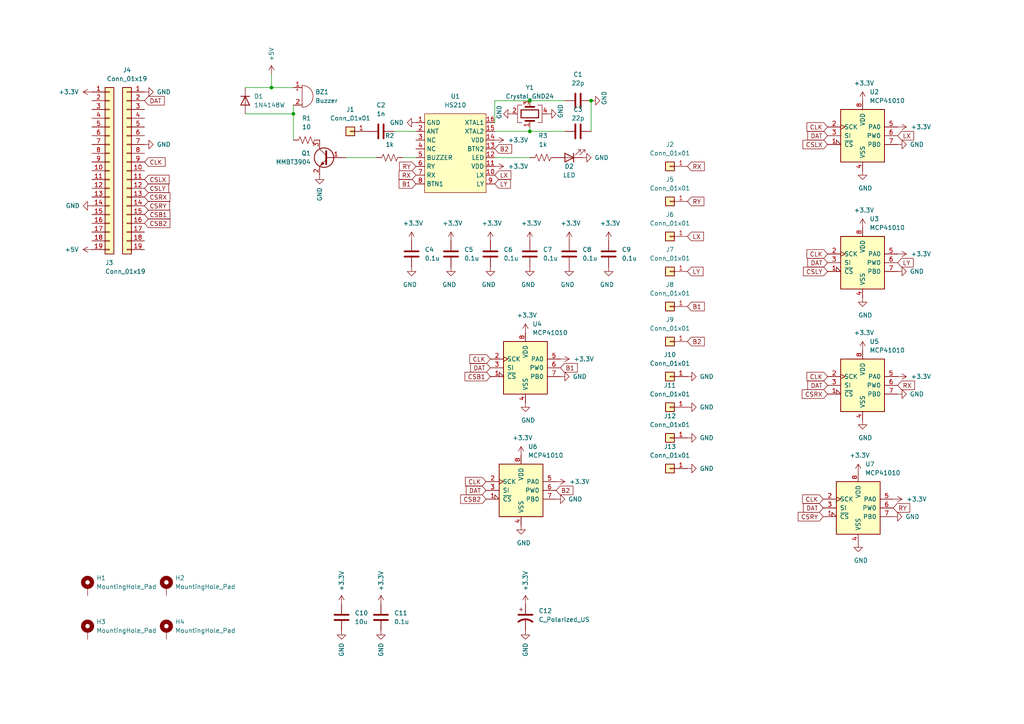
<source format=kicad_sch>
(kicad_sch (version 20211123) (generator eeschema)
  (paper "A4")
  (lib_symbols
    (symbol "4ms_Power:GND" (power) (pin_names (offset 0))
      (property "Value" "GND" (at 0 -3.81 0))
      (symbol "GND_0_1"
        (polyline (pts (xy 0 0) (xy 0 -1.27) (xy 1.27 -1.27) (xy 0 -2.54) (xy -1.27 -1.27) (xy 0 -1.27)))
      )
      (symbol "GND_1_1"
        (pin power_in line (at 0 0 270) (length 0) hide (name "GND") (number "1"))
      )
    )
    (symbol "Alex_Custom:HS210"
      (property "Reference" "U1" (at 0 10.16 0))
      (property "Value" "HS210" (at 0 7.62 0))
      (symbol "HS210_0_1"
        (rectangle (start -8.89 5.08) (end 8.89 -17.78) (fill (type background)))
      )
      (symbol "HS210_1_1"
        (pin input line (at -11.43 2.54 0) (length 2.54) (name "GND") (number "1"))
        (pin input line (at 11.43 -12.7 180) (length 2.54) (name "LX") (number "10"))
        (pin input line (at 11.43 -10.16 180) (length 2.54) (name "VDD") (number "11"))
        (pin output line (at 11.43 -7.62 180) (length 2.54) (name "LED") (number "12"))
        (pin input line (at 11.43 -5.08 180) (length 2.54) (name "BTN2") (number "13"))
        (pin input line (at 11.43 -2.54 180) (length 2.54) (name "VDD") (number "14"))
        (pin input line (at 11.43 0 180) (length 2.54) (name "XTAL2") (number "15"))
        (pin input line (at 11.43 2.54 180) (length 2.54) (name "XTAL1") (number "16"))
        (pin output line (at -11.43 0 0) (length 2.54) (name "ANT") (number "2"))
        (pin free line (at -11.43 -2.54 0) (length 2.54) (name "NC") (number "3"))
        (pin free line (at -11.43 -5.08 0) (length 2.54) (name "NC") (number "4"))
        (pin output line (at -11.43 -7.62 0) (length 2.54) (name "BUZZER") (number "5"))
        (pin input line (at -11.43 -10.16 0) (length 2.54) (name "RY") (number "6"))
        (pin input line (at -11.43 -12.7 0) (length 2.54) (name "RX") (number "7"))
        (pin input line (at -11.43 -15.24 0) (length 2.54) (name "BTN1") (number "8"))
        (pin input line (at 11.43 -15.24 180) (length 2.54) (name "LY") (number "9"))
      )
    )
    (symbol "Connector_Generic:Conn_01x01" (pin_names (offset 1.016) hide)
      (property "Reference" "J" (at 0 2.54 0))
      (property "Value" "Conn_01x01" (at 0 -2.54 0))
      (symbol "Conn_01x01_1_1"
        (rectangle (start -1.27 0.127) (end 0 -0.127) (stroke (width 0.1524)))
        (rectangle (start -1.27 1.27) (end 1.27 -1.27) (stroke (width 0.254)) (fill (type background)))
        (pin passive line (at -5.08 0 0) (length 3.81) (name "Pin_1") (number "1"))
      )
    )
    (symbol "Connector_Generic:Conn_01x19" (pin_names (offset 1.016) hide)
      (property "Reference" "J" (at 0 25.4 0))
      (property "Value" "Conn_01x19" (at 0 -25.4 0))
      (symbol "Conn_01x19_1_1"
        (rectangle (start -1.27 -22.733) (end 0 -22.987) (stroke (width 0.1524)))
        (rectangle (start -1.27 -20.193) (end 0 -20.447) (stroke (width 0.1524)))
        (rectangle (start -1.27 -17.653) (end 0 -17.907) (stroke (width 0.1524)))
        (rectangle (start -1.27 -15.113) (end 0 -15.367) (stroke (width 0.1524)))
        (rectangle (start -1.27 -12.573) (end 0 -12.827) (stroke (width 0.1524)))
        (rectangle (start -1.27 -10.033) (end 0 -10.287) (stroke (width 0.1524)))
        (rectangle (start -1.27 -7.493) (end 0 -7.747) (stroke (width 0.1524)))
        (rectangle (start -1.27 -4.953) (end 0 -5.207) (stroke (width 0.1524)))
        (rectangle (start -1.27 -2.413) (end 0 -2.667) (stroke (width 0.1524)))
        (rectangle (start -1.27 0.127) (end 0 -0.127) (stroke (width 0.1524)))
        (rectangle (start -1.27 2.667) (end 0 2.413) (stroke (width 0.1524)))
        (rectangle (start -1.27 5.207) (end 0 4.953) (stroke (width 0.1524)))
        (rectangle (start -1.27 7.747) (end 0 7.493) (stroke (width 0.1524)))
        (rectangle (start -1.27 10.287) (end 0 10.033) (stroke (width 0.1524)))
        (rectangle (start -1.27 12.827) (end 0 12.573) (stroke (width 0.1524)))
        (rectangle (start -1.27 15.367) (end 0 15.113) (stroke (width 0.1524)))
        (rectangle (start -1.27 17.907) (end 0 17.653) (stroke (width 0.1524)))
        (rectangle (start -1.27 20.447) (end 0 20.193) (stroke (width 0.1524)))
        (rectangle (start -1.27 22.987) (end 0 22.733) (stroke (width 0.1524)))
        (rectangle (start -1.27 24.13) (end 1.27 -24.13) (stroke (width 0.254)) (fill (type background)))
        (pin passive line (at -5.08 22.86 0) (length 3.81) (name "Pin_1") (number "1"))
        (pin passive line (at -5.08 0 0) (length 3.81) (name "Pin_10") (number "10"))
        (pin passive line (at -5.08 -2.54 0) (length 3.81) (name "Pin_11") (number "11"))
        (pin passive line (at -5.08 -5.08 0) (length 3.81) (name "Pin_12") (number "12"))
        (pin passive line (at -5.08 -7.62 0) (length 3.81) (name "Pin_13") (number "13"))
        (pin passive line (at -5.08 -10.16 0) (length 3.81) (name "Pin_14") (number "14"))
        (pin passive line (at -5.08 -12.7 0) (length 3.81) (name "Pin_15") (number "15"))
        (pin passive line (at -5.08 -15.24 0) (length 3.81) (name "Pin_16") (number "16"))
        (pin passive line (at -5.08 -17.78 0) (length 3.81) (name "Pin_17") (number "17"))
        (pin passive line (at -5.08 -20.32 0) (length 3.81) (name "Pin_18") (number "18"))
        (pin passive line (at -5.08 -22.86 0) (length 3.81) (name "Pin_19") (number "19"))
        (pin passive line (at -5.08 20.32 0) (length 3.81) (name "Pin_2") (number "2"))
        (pin passive line (at -5.08 17.78 0) (length 3.81) (name "Pin_3") (number "3"))
        (pin passive line (at -5.08 15.24 0) (length 3.81) (name "Pin_4") (number "4"))
        (pin passive line (at -5.08 12.7 0) (length 3.81) (name "Pin_5") (number "5"))
        (pin passive line (at -5.08 10.16 0) (length 3.81) (name "Pin_6") (number "6"))
        (pin passive line (at -5.08 7.62 0) (length 3.81) (name "Pin_7") (number "7"))
        (pin passive line (at -5.08 5.08 0) (length 3.81) (name "Pin_8") (number "8"))
        (pin passive line (at -5.08 2.54 0) (length 3.81) (name "Pin_9") (number "9"))
      )
    )
    (symbol "Device:Buzzer" (pin_names (offset 0.0254) hide)
      (property "Reference" "BZ" (at 3.81 1.27 0))
      (property "Value" "Buzzer" (at 3.81 -1.27 0))
      (symbol "Buzzer_0_1"
        (arc (start 0 -3.175) (mid 3.175 0) (end 0 3.175))
        (polyline (pts (xy -1.651 1.905) (xy -1.143 1.905)))
        (polyline (pts (xy -1.397 2.159) (xy -1.397 1.651)))
        (polyline (pts (xy 0 3.175) (xy 0 -3.175)))
      )
      (symbol "Buzzer_1_1"
        (pin passive line (at -2.54 2.54 0) (length 2.54) (name "-") (number "1"))
        (pin passive line (at -2.54 -2.54 0) (length 2.54) (name "+") (number "2"))
      )
    )
    (symbol "Device:C" (pin_numbers hide) (pin_names (offset 0.254))
      (property "Reference" "C" (at 0.635 2.54 0))
      (property "Value" "C" (at 0.635 -2.54 0))
      (symbol "C_0_1"
        (polyline (pts (xy -2.032 -0.762) (xy 2.032 -0.762)) (stroke (width 0.508)))
        (polyline (pts (xy -2.032 0.762) (xy 2.032 0.762)) (stroke (width 0.508)))
      )
      (symbol "C_1_1"
        (pin passive line (at 0 3.81 270) (length 2.794) (name "~") (number "1"))
        (pin passive line (at 0 -3.81 90) (length 2.794) (name "~") (number "2"))
      )
    )
    (symbol "Device:C_Polarized_US" (pin_numbers hide) (pin_names (offset 0.254) hide)
      (property "Reference" "C" (at 0.635 2.54 0))
      (property "Value" "C_Polarized_US" (at 0.635 -2.54 0))
      (symbol "C_Polarized_US_0_1"
        (polyline (pts (xy -2.032 0.762) (xy 2.032 0.762)) (stroke (width 0.508)))
        (polyline (pts (xy -1.778 2.286) (xy -0.762 2.286)))
        (polyline (pts (xy -1.27 1.778) (xy -1.27 2.794)))
        (arc (start 2.032 -1.27) (mid 0 -0.5572) (end -2.032 -1.27) (stroke (width 0.508)))
      )
      (symbol "C_Polarized_US_1_1"
        (pin passive line (at 0 3.81 270) (length 2.794) (name "~") (number "1"))
        (pin passive line (at 0 -3.81 90) (length 3.302) (name "~") (number "2"))
      )
    )
    (symbol "Device:Crystal_GND24" (pin_names (offset 1.016) hide)
      (property "Reference" "Y" (at 3.175 5.08 0))
      (property "Value" "Crystal_GND24" (at 3.175 3.175 0))
      (symbol "Crystal_GND24_0_1"
        (rectangle (start -1.143 2.54) (end 1.143 -2.54) (stroke (width 0.3048)))
        (polyline (pts (xy -2.54 0) (xy -2.032 0)))
        (polyline (pts (xy -2.032 -1.27) (xy -2.032 1.27)) (stroke (width 0.508)))
        (polyline (pts (xy 0 -3.81) (xy 0 -3.556)))
        (polyline (pts (xy 0 3.556) (xy 0 3.81)))
        (polyline (pts (xy 2.032 -1.27) (xy 2.032 1.27)) (stroke (width 0.508)))
        (polyline (pts (xy 2.032 0) (xy 2.54 0)))
        (polyline (pts (xy -2.54 -2.286) (xy -2.54 -3.556) (xy 2.54 -3.556) (xy 2.54 -2.286)))
        (polyline (pts (xy -2.54 2.286) (xy -2.54 3.556) (xy 2.54 3.556) (xy 2.54 2.286)))
      )
      (symbol "Crystal_GND24_1_1"
        (pin passive line (at -3.81 0 0) (length 1.27) (name "1") (number "1"))
        (pin passive line (at 0 5.08 270) (length 1.27) (name "2") (number "2"))
        (pin passive line (at 3.81 0 180) (length 1.27) (name "3") (number "3"))
        (pin passive line (at 0 -5.08 90) (length 1.27) (name "4") (number "4"))
      )
    )
    (symbol "Device:LED" (pin_numbers hide) (pin_names (offset 1.016) hide)
      (property "Reference" "D" (at 0 2.54 0))
      (property "Value" "LED" (at 0 -2.54 0))
      (symbol "LED_0_1"
        (polyline (pts (xy -1.27 -1.27) (xy -1.27 1.27)) (stroke (width 0.254)))
        (polyline (pts (xy -1.27 0) (xy 1.27 0)))
        (polyline (pts (xy 1.27 -1.27) (xy 1.27 1.27) (xy -1.27 0) (xy 1.27 -1.27)) (stroke (width 0.254)))
        (polyline (pts (xy -3.048 -0.762) (xy -4.572 -2.286) (xy -3.81 -2.286) (xy -4.572 -2.286) (xy -4.572 -1.524)))
        (polyline (pts (xy -1.778 -0.762) (xy -3.302 -2.286) (xy -2.54 -2.286) (xy -3.302 -2.286) (xy -3.302 -1.524)))
      )
      (symbol "LED_1_1"
        (pin passive line (at -3.81 0 0) (length 2.54) (name "K") (number "1"))
        (pin passive line (at 3.81 0 180) (length 2.54) (name "A") (number "2"))
      )
    )
    (symbol "Device:R_US" (pin_numbers hide) (pin_names (offset 0))
      (property "Reference" "R" (at 2.54 0 90))
      (property "Value" "R_US" (at -2.54 0 90))
      (symbol "R_US_0_1"
        (polyline (pts (xy 0 -2.286) (xy 0 -2.54)))
        (polyline (pts (xy 0 2.286) (xy 0 2.54)))
        (polyline (pts (xy 0 -0.762) (xy 1.016 -1.143) (xy 0 -1.524) (xy -1.016 -1.905) (xy 0 -2.286)))
        (polyline (pts (xy 0 0.762) (xy 1.016 0.381) (xy 0 0) (xy -1.016 -0.381) (xy 0 -0.762)))
        (polyline (pts (xy 0 2.286) (xy 1.016 1.905) (xy 0 1.524) (xy -1.016 1.143) (xy 0 0.762)))
      )
      (symbol "R_US_1_1"
        (pin passive line (at 0 3.81 270) (length 1.27) (name "~") (number "1"))
        (pin passive line (at 0 -3.81 90) (length 1.27) (name "~") (number "2"))
      )
    )
    (symbol "Diode:1N4148W" (pin_numbers hide) (pin_names hide)
      (property "Reference" "D" (at 0 2.54 0))
      (property "Value" "1N4148W" (at 0 -2.54 0))
      (symbol "1N4148W_0_1"
        (polyline (pts (xy -1.27 1.27) (xy -1.27 -1.27)) (stroke (width 0.254)))
        (polyline (pts (xy 1.27 0) (xy -1.27 0)))
        (polyline (pts (xy 1.27 1.27) (xy 1.27 -1.27) (xy -1.27 0) (xy 1.27 1.27)) (stroke (width 0.254)))
      )
      (symbol "1N4148W_1_1"
        (pin passive line (at -3.81 0 0) (length 2.54) (name "K") (number "1"))
        (pin passive line (at 3.81 0 180) (length 2.54) (name "A") (number "2"))
      )
    )
    (symbol "Mechanical:MountingHole_Pad" (pin_numbers hide) (pin_names (offset 1.016) hide)
      (property "Reference" "H" (at 0 6.35 0))
      (property "Value" "MountingHole_Pad" (at 0 4.445 0))
      (symbol "MountingHole_Pad_0_1"
        (circle (center 0 1.27) (radius 1.27) (stroke (width 1.27)))
      )
      (symbol "MountingHole_Pad_1_1"
        (pin input line (at 0 -2.54 90) (length 2.54) (name "1") (number "1"))
      )
    )
    (symbol "Potentiometer_Digital:MCP41010" (pin_names (offset 1.016))
      (property "Reference" "U" (at -6.35 8.89 0))
      (property "Value" "MCP41010" (at 1.27 8.89 0))
      (symbol "MCP41010_0_1"
        (rectangle (start -6.35 7.62) (end 6.35 -7.62) (stroke (width 0.254)) (fill (type background)))
      )
      (symbol "MCP41010_1_1"
        (pin input input_low (at -10.16 -2.54 0) (length 3.81) (name "~{CS}") (number "1"))
        (pin passive clock (at -10.16 2.54 0) (length 3.81) (name "SCK") (number "2"))
        (pin input line (at -10.16 0 0) (length 3.81) (name "SI") (number "3"))
        (pin power_in line (at 0 -10.16 90) (length 2.54) (name "VSS") (number "4"))
        (pin passive line (at 10.16 2.54 180) (length 3.81) (name "PA0") (number "5"))
        (pin passive line (at 10.16 0 180) (length 3.81) (name "PW0") (number "6"))
        (pin passive line (at 10.16 -2.54 180) (length 3.81) (name "PB0") (number "7"))
        (pin power_in line (at 0 10.16 270) (length 2.54) (name "VDD") (number "8"))
      )
    )
    (symbol "Transistor_BJT:MMBT3904" (pin_names (offset 0) hide)
      (property "Reference" "Q" (at 5.08 1.905 0))
      (property "Value" "MMBT3904" (at 5.08 0 0))
      (symbol "MMBT3904_0_1"
        (polyline (pts (xy 0.635 0.635) (xy 2.54 2.54)))
        (polyline (pts (xy 0.635 -0.635) (xy 2.54 -2.54) (xy 2.54 -2.54)))
        (polyline (pts (xy 0.635 1.905) (xy 0.635 -1.905) (xy 0.635 -1.905)) (stroke (width 0.508)))
        (polyline (pts (xy 1.27 -1.778) (xy 1.778 -1.27) (xy 2.286 -2.286) (xy 1.27 -1.778) (xy 1.27 -1.778)) (fill (type outline)))
        (circle (center 1.27 0) (radius 2.8194) (stroke (width 0.254)))
      )
      (symbol "MMBT3904_1_1"
        (pin input line (at -5.08 0 0) (length 5.715) (name "B") (number "1"))
        (pin passive line (at 2.54 -5.08 90) (length 2.54) (name "E") (number "2"))
        (pin passive line (at 2.54 5.08 270) (length 2.54) (name "C") (number "3"))
      )
    )
    (symbol "power:+3.3V" (power) (pin_names (offset 0))
      (property "Value" "+3.3V" (at 0 3.556 0))
      (symbol "+3.3V_0_1"
        (polyline (pts (xy -0.762 1.27) (xy 0 2.54)))
        (polyline (pts (xy 0 0) (xy 0 2.54)))
        (polyline (pts (xy 0 2.54) (xy 0.762 1.27)))
      )
      (symbol "+3.3V_1_1"
        (pin power_in line (at 0 0 90) (length 0) hide (name "+3.3V") (number "1"))
      )
    )
    (symbol "power:+5V" (power) (pin_names (offset 0))
      (property "Value" "+5V" (at 0 3.556 0))
      (symbol "+5V_0_1"
        (polyline (pts (xy -0.762 1.27) (xy 0 2.54)))
        (polyline (pts (xy 0 0) (xy 0 2.54)))
        (polyline (pts (xy 0 2.54) (xy 0.762 1.27)))
      )
      (symbol "+5V_1_1"
        (pin power_in line (at 0 0 90) (length 0) hide (name "+5V") (number "1"))
      )
    )
  )
  (junction (at 153.67 29.21))
  (junction (at 153.67 38.1))
  (junction (at 171.45 29.21))
  (junction (at 85.09 33.02))
  (junction (at 78.74 25.4))
  (wire (pts (xy 143.51 35.56) (xy 143.51 29.21)))
  (wire (pts (xy 143.51 29.21) (xy 153.67 29.21)))
  (wire (pts (xy 100.33 45.72) (xy 109.22 45.72)))
  (wire (pts (xy 116.84 45.72) (xy 120.65 45.72)))
  (wire (pts (xy 71.12 33.02) (xy 85.09 33.02)))
  (wire (pts (xy 153.67 29.21) (xy 163.83 29.21)))
  (wire (pts (xy 78.74 25.4) (xy 85.09 25.4)))
  (wire (pts (xy 143.51 45.72) (xy 153.67 45.72)))
  (wire (pts (xy 153.67 38.1) (xy 153.67 36.83)))
  (wire (pts (xy 171.45 29.21) (xy 171.45 38.1)))
  (wire (pts (xy 78.74 21.59) (xy 78.74 25.4)))
  (wire (pts (xy 71.12 25.4) (xy 78.74 25.4)))
  (wire (pts (xy 153.67 38.1) (xy 163.83 38.1)))
  (wire (pts (xy 114.3 38.1) (xy 120.65 38.1)))
  (wire (pts (xy 85.09 30.48) (xy 85.09 33.02)))
  (wire (pts (xy 143.51 38.1) (xy 153.67 38.1)))
  (wire (pts (xy 85.09 33.02) (xy 85.09 40.64)))
  (global_label "LY" (shape input) (at 143.51 53.34 0) (property "Intersheet References" "${INTERSHEET_REFS}" (effects hide)))
  (global_label "DAT" (shape input) (at 240.03 76.2 180) (property "Intersheet References" "${INTERSHEET_REFS}" (effects hide)))
  (global_label "LX" (shape input) (at 260.35 39.37 0) (property "Intersheet References" "${INTERSHEET_REFS}" (effects hide)))
  (global_label "CLK" (shape input) (at 238.76 144.78 180) (property "Intersheet References" "${INTERSHEET_REFS}" (effects hide)))
  (global_label "CSB1" (shape input) (at 41.91 62.23 0) (property "Intersheet References" "${INTERSHEET_REFS}" (effects hide)))
  (global_label "DAT" (shape input) (at 142.24 106.68 180) (property "Intersheet References" "${INTERSHEET_REFS}" (effects hide)))
  (global_label "CSRX" (shape input) (at 41.91 57.15 0) (property "Intersheet References" "${INTERSHEET_REFS}" (effects hide)))
  (global_label "RX" (shape input) (at 199.39 48.26 0) (property "Intersheet References" "${INTERSHEET_REFS}" (effects hide)))
  (global_label "DAT" (shape input) (at 140.97 142.24 180) (property "Intersheet References" "${INTERSHEET_REFS}" (effects hide)))
  (global_label "LX" (shape input) (at 199.39 68.58 0) (property "Intersheet References" "${INTERSHEET_REFS}" (effects hide)))
  (global_label "RY" (shape input) (at 259.08 147.32 0) (property "Intersheet References" "${INTERSHEET_REFS}" (effects hide)))
  (global_label "DAT" (shape input) (at 238.76 147.32 180) (property "Intersheet References" "${INTERSHEET_REFS}" (effects hide)))
  (global_label "B2" (shape input) (at 199.39 99.06 0) (property "Intersheet References" "${INTERSHEET_REFS}" (effects hide)))
  (global_label "CSB2" (shape input) (at 140.97 144.78 180) (property "Intersheet References" "${INTERSHEET_REFS}" (effects hide)))
  (global_label "CLK" (shape input) (at 240.03 73.66 180) (property "Intersheet References" "${INTERSHEET_REFS}" (effects hide)))
  (global_label "DAT" (shape input) (at 240.03 39.37 180) (property "Intersheet References" "${INTERSHEET_REFS}" (effects hide)))
  (global_label "B2" (shape input) (at 143.51 43.18 0) (property "Intersheet References" "${INTERSHEET_REFS}" (effects hide)))
  (global_label "RX" (shape input) (at 120.65 50.8 180) (property "Intersheet References" "${INTERSHEET_REFS}" (effects hide)))
  (global_label "CSLY" (shape input) (at 240.03 78.74 180) (property "Intersheet References" "${INTERSHEET_REFS}" (effects hide)))
  (global_label "B1" (shape input) (at 120.65 53.34 180) (property "Intersheet References" "${INTERSHEET_REFS}" (effects hide)))
  (global_label "LX" (shape input) (at 143.51 50.8 0) (property "Intersheet References" "${INTERSHEET_REFS}" (effects hide)))
  (global_label "CLK" (shape input) (at 240.03 109.22 180) (property "Intersheet References" "${INTERSHEET_REFS}" (effects hide)))
  (global_label "B1" (shape input) (at 162.56 106.68 0) (property "Intersheet References" "${INTERSHEET_REFS}" (effects hide)))
  (global_label "DAT" (shape input) (at 41.91 29.21 0) (property "Intersheet References" "${INTERSHEET_REFS}" (effects hide)))
  (global_label "CLK" (shape input) (at 140.97 139.7 180) (property "Intersheet References" "${INTERSHEET_REFS}" (effects hide)))
  (global_label "CSLY" (shape input) (at 41.91 54.61 0) (property "Intersheet References" "${INTERSHEET_REFS}" (effects hide)))
  (global_label "RY" (shape input) (at 199.39 58.42 0) (property "Intersheet References" "${INTERSHEET_REFS}" (effects hide)))
  (global_label "RY" (shape input) (at 120.65 48.26 180) (property "Intersheet References" "${INTERSHEET_REFS}" (effects hide)))
  (global_label "CLK" (shape input) (at 142.24 104.14 180) (property "Intersheet References" "${INTERSHEET_REFS}" (effects hide)))
  (global_label "LY" (shape input) (at 199.39 78.74 0) (property "Intersheet References" "${INTERSHEET_REFS}" (effects hide)))
  (global_label "CSLX" (shape input) (at 41.91 52.07 0) (property "Intersheet References" "${INTERSHEET_REFS}" (effects hide)))
  (global_label "RX" (shape input) (at 260.35 111.76 0) (property "Intersheet References" "${INTERSHEET_REFS}" (effects hide)))
  (global_label "CLK" (shape input) (at 41.91 46.99 0) (property "Intersheet References" "${INTERSHEET_REFS}" (effects hide)))
  (global_label "B2" (shape input) (at 161.29 142.24 0) (property "Intersheet References" "${INTERSHEET_REFS}" (effects hide)))
  (global_label "DAT" (shape input) (at 240.03 111.76 180) (property "Intersheet References" "${INTERSHEET_REFS}" (effects hide)))
  (global_label "CSRY" (shape input) (at 238.76 149.86 180) (property "Intersheet References" "${INTERSHEET_REFS}" (effects hide)))
  (global_label "CSRY" (shape input) (at 41.91 59.69 0) (property "Intersheet References" "${INTERSHEET_REFS}" (effects hide)))
  (global_label "CSLX" (shape input) (at 240.03 41.91 180) (property "Intersheet References" "${INTERSHEET_REFS}" (effects hide)))
  (global_label "LY" (shape input) (at 260.35 76.2 0) (property "Intersheet References" "${INTERSHEET_REFS}" (effects hide)))
  (global_label "CSRX" (shape input) (at 240.03 114.3 180) (property "Intersheet References" "${INTERSHEET_REFS}" (effects hide)))
  (global_label "CLK" (shape input) (at 240.03 36.83 180) (property "Intersheet References" "${INTERSHEET_REFS}" (effects hide)))
  (global_label "B1" (shape input) (at 199.39 88.9 0) (property "Intersheet References" "${INTERSHEET_REFS}" (effects hide)))
  (global_label "CSB2" (shape input) (at 41.91 64.77 0) (property "Intersheet References" "${INTERSHEET_REFS}" (effects hide)))
  (global_label "CSB1" (shape input) (at 142.24 109.22 180) (property "Intersheet References" "${INTERSHEET_REFS}" (effects hide)))
  (symbol (lib_id "power:+3.3V") (at 110.49 175.26 0) (unit 1)
    (property "Reference" "#PWR056" (effects hide))
    (property "Value" "+3.3V" (at 110.49 171.45 90) (effects (justify left)))
  )
  (symbol (lib_id "Connector_Generic:Conn_01x01") (at 194.31 88.9 180) (unit 1)
    (property "Reference" "J8" (at 194.31 82.55 0))
    (property "Value" "Conn_01x01" (at 194.31 85.09 0))
    (property "Footprint" "Connector_PinSocket_2.54mm:PinSocket_1x01_P2.54mm_Vertical" (effects hide))
  )
  (symbol (lib_id "Connector_Generic:Conn_01x01") (at 194.31 135.89 180) (unit 1)
    (property "Reference" "J13" (at 194.31 129.54 0))
    (property "Value" "Conn_01x01" (at 194.31 132.08 0))
    (property "Footprint" "Connector_PinSocket_2.54mm:PinSocket_1x01_P2.54mm_Vertical" (effects hide))
  )
  (symbol (lib_id "4ms_Power:GND") (at 199.39 127 90) (unit 1)
    (property "Reference" "#PWR045" (effects hide))
    (property "Value" "GND" (at 207.01 127 90) (effects (justify left)))
  )
  (symbol (lib_id "power:+3.3V") (at 153.67 69.85 0) (unit 1)
    (property "Reference" "#PWR022" (effects hide))
    (property "Value" "+3.3V" (at 151.13 64.77 0) (effects (justify left)))
  )
  (symbol (lib_id "power:+3.3V") (at 250.19 66.04 0) (unit 1)
    (property "Reference" "#PWR018" (effects hide))
    (property "Value" "+3.3V" (at 247.65 60.96 0) (effects (justify left)))
  )
  (symbol (lib_id "4ms_Power:GND") (at 250.19 49.53 0) (unit 1)
    (property "Reference" "#PWR015" (effects hide))
    (property "Value" "GND" (at 248.92 54.61 0) (effects (justify left)))
  )
  (symbol (lib_id "Mechanical:MountingHole_Pad") (at 48.26 182.88 0) (unit 1)
    (property "Reference" "H4" (at 50.8 180.3399 0) (effects (justify left)))
    (property "Value" "MountingHole_Pad" (at 50.8 182.8799 0) (effects (justify left)))
    (property "Footprint" "MountingHole:MountingHole_3.2mm_M3_DIN965_Pad_TopBottom" (effects hide))
  )
  (symbol (lib_id "Potentiometer_Digital:MCP41010") (at 250.19 111.76 0) (unit 1)
    (property "Reference" "U5" (at 252.2094 99.06 0) (effects (justify left)))
    (property "Value" "MCP41010" (at 252.2094 101.6 0) (effects (justify left)))
    (property "Footprint" "Package_SO:SOIC-8_3.9x4.9mm_P1.27mm" (effects hide))
    (property "Datasheet" "http://ww1.microchip.com/downloads/en/DeviceDoc/11195c.pdf" (effects hide))
  )
  (symbol (lib_id "Potentiometer_Digital:MCP41010") (at 248.92 147.32 0) (unit 1)
    (property "Reference" "U7" (at 250.9394 134.62 0) (effects (justify left)))
    (property "Value" "MCP41010" (at 250.9394 137.16 0) (effects (justify left)))
    (property "Footprint" "Package_SO:SOIC-8_3.9x4.9mm_P1.27mm" (effects hide))
    (property "Datasheet" "http://ww1.microchip.com/downloads/en/DeviceDoc/11195c.pdf" (effects hide))
  )
  (symbol (lib_id "power:+3.3V") (at 26.67 26.67 90) (unit 1)
    (property "Reference" "#PWR02" (effects hide))
    (property "Value" "+3.3V" (at 22.86 26.6699 90) (effects (justify left)))
  )
  (symbol (lib_id "Connector_Generic:Conn_01x01") (at 194.31 68.58 180) (unit 1)
    (property "Reference" "J6" (at 194.31 62.23 0))
    (property "Value" "Conn_01x01" (at 194.31 64.77 0))
    (property "Footprint" "Connector_PinSocket_2.54mm:PinSocket_1x01_P2.54mm_Vertical" (effects hide))
  )
  (symbol (lib_id "power:+3.3V") (at 260.35 36.83 270) (unit 1)
    (property "Reference" "#PWR09" (effects hide))
    (property "Value" "+3.3V" (at 264.16 36.83 90) (effects (justify left)))
  )
  (symbol (lib_id "4ms_Power:GND") (at 260.35 114.3 90) (unit 1)
    (property "Reference" "#PWR041" (effects hide))
    (property "Value" "GND" (at 267.97 114.3 90) (effects (justify left)))
  )
  (symbol (lib_id "power:+3.3V") (at 260.35 109.22 270) (unit 1)
    (property "Reference" "#PWR040" (effects hide))
    (property "Value" "+3.3V" (at 264.16 109.22 90) (effects (justify left)))
  )
  (symbol (lib_id "4ms_Power:GND") (at 171.45 29.21 90) (unit 1)
    (property "Reference" "#PWR04" (effects hide))
    (property "Value" "GND" (at 175.26 30.48 0) (effects (justify left)))
  )
  (symbol (lib_id "power:+3.3V") (at 143.51 40.64 270) (unit 1)
    (property "Reference" "#PWR010" (effects hide))
    (property "Value" "+3.3V" (at 147.32 40.6399 90) (effects (justify left)))
  )
  (symbol (lib_id "4ms_Power:GND") (at 110.49 182.88 0) (unit 1)
    (property "Reference" "#PWR059" (effects hide))
    (property "Value" "GND" (at 110.49 190.5 90) (effects (justify left)))
  )
  (symbol (lib_id "Device:R_US") (at 157.48 45.72 90) (unit 1)
    (property "Reference" "R3" (at 157.48 39.37 90))
    (property "Value" "1k" (at 157.48 41.91 90))
    (property "Footprint" "Resistor_SMD:R_0603_1608Metric" (effects hide))
  )
  (symbol (lib_id "power:+3.3V") (at 248.92 137.16 0) (unit 1)
    (property "Reference" "#PWR048" (effects hide))
    (property "Value" "+3.3V" (at 246.38 132.08 0) (effects (justify left)))
  )
  (symbol (lib_id "Transistor_BJT:MMBT3904") (at 95.25 45.72 0) (mirror y) (unit 1)
    (property "Reference" "Q1" (at 90.17 44.4499 0) (effects (justify left)))
    (property "Value" "MMBT3904" (at 90.17 46.9899 0) (effects (justify left)))
    (property "Footprint" "Package_TO_SOT_SMD:SOT-23" (effects hide))
    (property "Datasheet" "https://www.onsemi.com/pub/Collateral/2N3903-D.PDF" (effects hide))
  )
  (symbol (lib_id "4ms_Power:GND") (at 153.67 77.47 0) (unit 1)
    (property "Reference" "#PWR030" (effects hide))
    (property "Value" "GND" (at 151.13 82.55 0) (effects (justify left)))
  )
  (symbol (lib_id "Connector_Generic:Conn_01x01") (at 194.31 48.26 180) (unit 1)
    (property "Reference" "J2" (at 194.31 41.91 0))
    (property "Value" "Conn_01x01" (at 194.31 44.45 0))
    (property "Footprint" "Connector_PinSocket_2.54mm:PinSocket_1x01_P2.54mm_Vertical" (effects hide))
  )
  (symbol (lib_id "Connector_Generic:Conn_01x01") (at 194.31 78.74 180) (unit 1)
    (property "Reference" "J7" (at 194.31 72.39 0))
    (property "Value" "Conn_01x01" (at 194.31 74.93 0))
    (property "Footprint" "Connector_PinSocket_2.54mm:PinSocket_1x01_P2.54mm_Vertical" (effects hide))
  )
  (symbol (lib_id "4ms_Power:GND") (at 41.91 26.67 90) (unit 1)
    (property "Reference" "#PWR03" (effects hide))
    (property "Value" "GND" (at 49.53 26.67 90) (effects (justify left)))
  )
  (symbol (lib_id "power:+3.3V") (at 130.81 69.85 0) (unit 1)
    (property "Reference" "#PWR020" (effects hide))
    (property "Value" "+3.3V" (at 128.27 64.77 0) (effects (justify left)))
  )
  (symbol (lib_id "4ms_Power:GND") (at 250.19 121.92 0) (unit 1)
    (property "Reference" "#PWR044" (effects hide))
    (property "Value" "GND" (at 248.92 127 0) (effects (justify left)))
  )
  (symbol (lib_id "Connector_Generic:Conn_01x01") (at 194.31 109.22 180) (unit 1)
    (property "Reference" "J10" (at 194.31 102.87 0))
    (property "Value" "Conn_01x01" (at 194.31 105.41 0))
    (property "Footprint" "Connector_PinSocket_2.54mm:PinSocket_1x01_P2.54mm_Vertical" (effects hide))
  )
  (symbol (lib_id "4ms_Power:GND") (at 165.1 77.47 0) (unit 1)
    (property "Reference" "#PWR031" (effects hide))
    (property "Value" "GND" (at 162.56 82.55 0) (effects (justify left)))
  )
  (symbol (lib_id "power:+3.3V") (at 176.53 69.85 0) (unit 1)
    (property "Reference" "#PWR024" (effects hide))
    (property "Value" "+3.3V" (at 173.99 64.77 0) (effects (justify left)))
  )
  (symbol (lib_id "Device:Buzzer") (at 87.63 27.94 0) (unit 1)
    (property "Reference" "BZ1" (at 91.44 26.6699 0) (effects (justify left)))
    (property "Value" "Buzzer" (at 91.44 29.2099 0) (effects (justify left)))
    (property "Footprint" "Buzzer_Beeper:Buzzer_12x9.5RM7.6" (effects hide))
  )
  (symbol (lib_id "4ms_Power:GND") (at 120.65 35.56 270) (unit 1)
    (property "Reference" "#PWR08" (effects hide))
    (property "Value" "GND" (at 113.03 35.56 90) (effects (justify left)))
  )
  (symbol (lib_id "power:+3.3V") (at 152.4 96.52 0) (unit 1)
    (property "Reference" "#PWR035" (effects hide))
    (property "Value" "+3.3V" (at 149.86 91.44 0) (effects (justify left)))
  )
  (symbol (lib_id "4ms_Power:GND") (at 260.35 41.91 90) (unit 1)
    (property "Reference" "#PWR012" (effects hide))
    (property "Value" "GND" (at 267.97 41.91 90) (effects (justify left)))
  )
  (symbol (lib_id "Connector_Generic:Conn_01x01") (at 194.31 58.42 180) (unit 1)
    (property "Reference" "J5" (at 194.31 52.07 0))
    (property "Value" "Conn_01x01" (at 194.31 54.61 0))
    (property "Footprint" "Connector_PinSocket_2.54mm:PinSocket_1x01_P2.54mm_Vertical" (effects hide))
  )
  (symbol (lib_id "Mechanical:MountingHole_Pad") (at 25.4 170.18 0) (unit 1)
    (property "Reference" "H1" (at 27.94 167.6399 0) (effects (justify left)))
    (property "Value" "MountingHole_Pad" (at 27.94 170.1799 0) (effects (justify left)))
    (property "Footprint" "MountingHole:MountingHole_3.2mm_M3_DIN965_Pad_TopBottom" (effects hide))
  )
  (symbol (lib_id "4ms_Power:GND") (at 260.35 78.74 90) (unit 1)
    (property "Reference" "#PWR033" (effects hide))
    (property "Value" "GND" (at 267.97 78.74 90) (effects (justify left)))
  )
  (symbol (lib_id "4ms_Power:GND") (at 99.06 182.88 0) (unit 1)
    (property "Reference" "#PWR058" (effects hide))
    (property "Value" "GND" (at 99.06 190.5 90) (effects (justify left)))
  )
  (symbol (lib_id "4ms_Power:GND") (at 161.29 144.78 90) (unit 1)
    (property "Reference" "#PWR050" (effects hide))
    (property "Value" "GND" (at 168.91 144.78 90) (effects (justify left)))
  )
  (symbol (lib_id "Device:C_Polarized_US") (at 152.4 179.07 0) (unit 1)
    (property "Reference" "C12" (at 156.21 177.1649 0) (effects (justify left)))
    (property "Value" "C_Polarized_US" (at 156.21 179.7049 0) (effects (justify left)))
    (property "Footprint" "Capacitor_THT:CP_Radial_D10.0mm_P5.00mm" (effects hide))
  )
  (symbol (lib_id "Connector_Generic:Conn_01x01") (at 194.31 118.11 180) (unit 1)
    (property "Reference" "J11" (at 194.31 111.76 0))
    (property "Value" "Conn_01x01" (at 194.31 114.3 0))
    (property "Footprint" "Connector_PinSocket_2.54mm:PinSocket_1x01_P2.54mm_Vertical" (effects hide))
  )
  (symbol (lib_id "Device:C") (at 167.64 38.1 270) (unit 1)
    (property "Reference" "C3" (at 167.64 31.75 90))
    (property "Value" "22p" (at 167.64 34.29 90))
    (property "Footprint" "Capacitor_SMD:C_0603_1608Metric" (effects hide))
  )
  (symbol (lib_id "power:+3.3V") (at 143.51 48.26 270) (unit 1)
    (property "Reference" "#PWR014" (effects hide))
    (property "Value" "+3.3V" (at 147.32 48.2599 90) (effects (justify left)))
  )
  (symbol (lib_id "Mechanical:MountingHole_Pad") (at 48.26 170.18 0) (unit 1)
    (property "Reference" "H2" (at 50.8 167.6399 0) (effects (justify left)))
    (property "Value" "MountingHole_Pad" (at 50.8 170.1799 0) (effects (justify left)))
    (property "Footprint" "MountingHole:MountingHole_3.2mm_M3_DIN965_Pad_TopBottom" (effects hide))
  )
  (symbol (lib_id "power:+3.3V") (at 119.38 69.85 0) (unit 1)
    (property "Reference" "#PWR019" (effects hide))
    (property "Value" "+3.3V" (at 116.84 64.77 0) (effects (justify left)))
  )
  (symbol (lib_id "4ms_Power:GND") (at 148.59 33.02 270) (unit 1)
    (property "Reference" "#PWR06" (effects hide))
    (property "Value" "GND" (at 144.78 30.48 0) (effects (justify left)))
  )
  (symbol (lib_id "Device:Crystal_GND24") (at 153.67 33.02 90) (unit 1)
    (property "Reference" "Y1" (at 153.67 25.4 90))
    (property "Value" "Crystal_GND24" (at 153.67 27.94 90))
    (property "Footprint" "Crystal:Crystal_SMD_3225-4Pin_3.2x2.5mm" (effects hide))
  )
  (symbol (lib_id "Device:C") (at 142.24 73.66 180) (unit 1)
    (property "Reference" "C6" (at 146.05 72.3899 0) (effects (justify right)))
    (property "Value" "0.1u" (at 146.05 74.9299 0) (effects (justify right)))
    (property "Footprint" "Capacitor_SMD:C_0603_1608Metric" (effects hide))
  )
  (symbol (lib_id "Device:C") (at 110.49 179.07 0) (unit 1)
    (property "Reference" "C11" (at 114.3 177.7999 0) (effects (justify left)))
    (property "Value" "0.1u" (at 114.3 180.3399 0) (effects (justify left)))
    (property "Footprint" "Capacitor_SMD:C_0603_1608Metric" (effects hide))
  )
  (symbol (lib_id "power:+3.3V") (at 165.1 69.85 0) (unit 1)
    (property "Reference" "#PWR023" (effects hide))
    (property "Value" "+3.3V" (at 162.56 64.77 0) (effects (justify left)))
  )
  (symbol (lib_id "Device:C") (at 167.64 29.21 270) (unit 1)
    (property "Reference" "C1" (at 167.64 21.59 90))
    (property "Value" "22p" (at 167.64 24.13 90))
    (property "Footprint" "Capacitor_SMD:C_0603_1608Metric" (effects hide))
  )
  (symbol (lib_id "4ms_Power:GND") (at 176.53 77.47 0) (unit 1)
    (property "Reference" "#PWR032" (effects hide))
    (property "Value" "GND" (at 173.99 82.55 0) (effects (justify left)))
  )
  (symbol (lib_id "4ms_Power:GND") (at 152.4 182.88 0) (unit 1)
    (property "Reference" "#PWR060" (effects hide))
    (property "Value" "GND" (at 152.4 190.5 90) (effects (justify left)))
  )
  (symbol (lib_id "4ms_Power:GND") (at 119.38 77.47 0) (unit 1)
    (property "Reference" "#PWR027" (effects hide))
    (property "Value" "GND" (at 116.84 82.55 0) (effects (justify left)))
  )
  (symbol (lib_id "4ms_Power:GND") (at 26.67 59.69 270) (unit 1)
    (property "Reference" "#PWR017" (effects hide))
    (property "Value" "GND" (at 19.05 59.69 90) (effects (justify left)))
  )
  (symbol (lib_id "power:+3.3V") (at 260.35 73.66 270) (unit 1)
    (property "Reference" "#PWR026" (effects hide))
    (property "Value" "+3.3V" (at 264.16 73.66 90) (effects (justify left)))
  )
  (symbol (lib_id "power:+3.3V") (at 142.24 69.85 0) (unit 1)
    (property "Reference" "#PWR021" (effects hide))
    (property "Value" "+3.3V" (at 139.7 64.77 0) (effects (justify left)))
  )
  (symbol (lib_id "Connector_Generic:Conn_01x01") (at 194.31 127 180) (unit 1)
    (property "Reference" "J12" (at 194.31 120.65 0))
    (property "Value" "Conn_01x01" (at 194.31 123.19 0))
    (property "Footprint" "Connector_PinSocket_2.54mm:PinSocket_1x01_P2.54mm_Vertical" (effects hide))
  )
  (symbol (lib_id "Connector_Generic:Conn_01x19") (at 31.75 49.53 0) (unit 1)
    (property "Reference" "J3" (at 30.48 76.2 0) (effects (justify left)))
    (property "Value" "Conn_01x19" (at 30.48 78.74 0) (effects (justify left)))
    (property "Footprint" "Connector_PinSocket_2.54mm:PinSocket_1x19_P2.54mm_Vertical" (effects hide))
  )
  (symbol (lib_id "power:+3.3V") (at 250.19 101.6 0) (unit 1)
    (property "Reference" "#PWR036" (effects hide))
    (property "Value" "+3.3V" (at 247.65 96.52 0) (effects (justify left)))
  )
  (symbol (lib_id "4ms_Power:GND") (at 162.56 109.22 90) (unit 1)
    (property "Reference" "#PWR038" (effects hide))
    (property "Value" "GND" (at 170.18 109.22 90) (effects (justify left)))
  )
  (symbol (lib_id "Device:C") (at 176.53 73.66 180) (unit 1)
    (property "Reference" "C9" (at 180.34 72.3899 0) (effects (justify right)))
    (property "Value" "0.1u" (at 180.34 74.9299 0) (effects (justify right)))
    (property "Footprint" "Capacitor_SMD:C_0603_1608Metric" (effects hide))
  )
  (symbol (lib_id "4ms_Power:GND") (at 152.4 116.84 0) (unit 1)
    (property "Reference" "#PWR042" (effects hide))
    (property "Value" "GND" (at 151.13 121.92 0) (effects (justify left)))
  )
  (symbol (lib_id "power:+5V") (at 78.74 21.59 0) (unit 1)
    (property "Reference" "#PWR01" (effects hide))
    (property "Value" "+5V" (at 78.74 17.78 90) (effects (justify left)))
  )
  (symbol (lib_id "Connector_Generic:Conn_01x01") (at 101.6 38.1 180) (unit 1)
    (property "Reference" "J1" (at 101.6 31.75 0))
    (property "Value" "Conn_01x01" (at 101.6 34.29 0))
    (property "Footprint" "Connector_PinSocket_2.54mm:PinSocket_1x01_P2.54mm_Vertical" (effects hide))
  )
  (symbol (lib_id "Potentiometer_Digital:MCP41010") (at 250.19 76.2 0) (unit 1)
    (property "Reference" "U3" (at 252.2094 63.5 0) (effects (justify left)))
    (property "Value" "MCP41010" (at 252.2094 66.04 0) (effects (justify left)))
    (property "Footprint" "Package_SO:SOIC-8_3.9x4.9mm_P1.27mm" (effects hide))
    (property "Datasheet" "http://ww1.microchip.com/downloads/en/DeviceDoc/11195c.pdf" (effects hide))
  )
  (symbol (lib_id "Potentiometer_Digital:MCP41010") (at 250.19 39.37 0) (unit 1)
    (property "Reference" "U2" (at 252.2094 26.67 0) (effects (justify left)))
    (property "Value" "MCP41010" (at 252.2094 29.21 0) (effects (justify left)))
    (property "Footprint" "Package_SO:SOIC-8_3.9x4.9mm_P1.27mm" (effects hide))
    (property "Datasheet" "http://ww1.microchip.com/downloads/en/DeviceDoc/11195c.pdf" (effects hide))
  )
  (symbol (lib_id "Device:C") (at 99.06 179.07 0) (unit 1)
    (property "Reference" "C10" (at 102.87 177.7999 0) (effects (justify left)))
    (property "Value" "10u" (at 102.87 180.3399 0) (effects (justify left)))
    (property "Footprint" "Capacitor_SMD:C_0603_1608Metric" (effects hide))
  )
  (symbol (lib_id "4ms_Power:GND") (at 130.81 77.47 0) (unit 1)
    (property "Reference" "#PWR028" (effects hide))
    (property "Value" "GND" (at 128.27 82.55 0) (effects (justify left)))
  )
  (symbol (lib_id "Device:C") (at 119.38 73.66 180) (unit 1)
    (property "Reference" "C4" (at 123.19 72.3899 0) (effects (justify right)))
    (property "Value" "0.1u" (at 123.19 74.9299 0) (effects (justify right)))
    (property "Footprint" "Capacitor_SMD:C_0603_1608Metric" (effects hide))
  )
  (symbol (lib_id "Device:R_US") (at 88.9 40.64 90) (unit 1)
    (property "Reference" "R1" (at 88.9 34.29 90))
    (property "Value" "10" (at 88.9 36.83 90))
    (property "Footprint" "Resistor_SMD:R_0603_1608Metric" (effects hide))
  )
  (symbol (lib_id "Potentiometer_Digital:MCP41010") (at 151.13 142.24 0) (unit 1)
    (property "Reference" "U6" (at 153.1494 129.54 0) (effects (justify left)))
    (property "Value" "MCP41010" (at 153.1494 132.08 0) (effects (justify left)))
    (property "Footprint" "Package_SO:SOIC-8_3.9x4.9mm_P1.27mm" (effects hide))
    (property "Datasheet" "http://ww1.microchip.com/downloads/en/DeviceDoc/11195c.pdf" (effects hide))
  )
  (symbol (lib_id "4ms_Power:GND") (at 259.08 149.86 90) (unit 1)
    (property "Reference" "#PWR052" (effects hide))
    (property "Value" "GND" (at 266.7 149.86 90) (effects (justify left)))
  )
  (symbol (lib_id "4ms_Power:GND") (at 142.24 77.47 0) (unit 1)
    (property "Reference" "#PWR029" (effects hide))
    (property "Value" "GND" (at 139.7 82.55 0) (effects (justify left)))
  )
  (symbol (lib_id "Device:C") (at 165.1 73.66 180) (unit 1)
    (property "Reference" "C8" (at 168.91 72.3899 0) (effects (justify right)))
    (property "Value" "0.1u" (at 168.91 74.9299 0) (effects (justify right)))
    (property "Footprint" "Capacitor_SMD:C_0603_1608Metric" (effects hide))
  )
  (symbol (lib_id "power:+3.3V") (at 151.13 132.08 0) (unit 1)
    (property "Reference" "#PWR046" (effects hide))
    (property "Value" "+3.3V" (at 148.59 127 0) (effects (justify left)))
  )
  (symbol (lib_id "4ms_Power:GND") (at 199.39 135.89 90) (unit 1)
    (property "Reference" "#PWR047" (effects hide))
    (property "Value" "GND" (at 207.01 135.89 90) (effects (justify left)))
  )
  (symbol (lib_id "4ms_Power:GND") (at 199.39 109.22 90) (unit 1)
    (property "Reference" "#PWR039" (effects hide))
    (property "Value" "GND" (at 207.01 109.22 90) (effects (justify left)))
  )
  (symbol (lib_id "Connector_Generic:Conn_01x01") (at 194.31 99.06 180) (unit 1)
    (property "Reference" "J9" (at 194.31 92.71 0))
    (property "Value" "Conn_01x01" (at 194.31 95.25 0))
    (property "Footprint" "Connector_PinSocket_2.54mm:PinSocket_1x01_P2.54mm_Vertical" (effects hide))
  )
  (symbol (lib_id "4ms_Power:GND") (at 168.91 45.72 90) (unit 1)
    (property "Reference" "#PWR013" (effects hide))
    (property "Value" "GND" (at 176.53 45.72 90) (effects (justify left)))
  )
  (symbol (lib_id "4ms_Power:GND") (at 199.39 118.11 90) (unit 1)
    (property "Reference" "#PWR043" (effects hide))
    (property "Value" "GND" (at 207.01 118.11 90) (effects (justify left)))
  )
  (symbol (lib_id "4ms_Power:GND") (at 248.92 157.48 0) (unit 1)
    (property "Reference" "#PWR054" (effects hide))
    (property "Value" "GND" (at 247.65 162.56 0) (effects (justify left)))
  )
  (symbol (lib_id "Device:C") (at 153.67 73.66 180) (unit 1)
    (property "Reference" "C7" (at 157.48 72.3899 0) (effects (justify right)))
    (property "Value" "0.1u" (at 157.48 74.9299 0) (effects (justify right)))
    (property "Footprint" "Capacitor_SMD:C_0603_1608Metric" (effects hide))
  )
  (symbol (lib_id "power:+3.3V") (at 152.4 175.26 0) (unit 1)
    (property "Reference" "#PWR057" (effects hide))
    (property "Value" "+3.3V" (at 152.4 171.45 90) (effects (justify left)))
  )
  (symbol (lib_id "power:+5V") (at 26.67 72.39 90) (unit 1)
    (property "Reference" "#PWR025" (effects hide))
    (property "Value" "+5V" (at 22.86 72.39 90) (effects (justify left)))
  )
  (symbol (lib_id "Mechanical:MountingHole_Pad") (at 25.4 182.88 0) (unit 1)
    (property "Reference" "H3" (at 27.94 180.3399 0) (effects (justify left)))
    (property "Value" "MountingHole_Pad" (at 27.94 182.8799 0) (effects (justify left)))
    (property "Footprint" "MountingHole:MountingHole_3.2mm_M3_DIN965_Pad_TopBottom" (effects hide))
  )
  (symbol (lib_id "Alex_Custom:HS210") (at 132.08 38.1 0) (unit 1)
    (property "Reference" "U1" (at 132.08 27.94 0))
    (property "Value" "HS210" (at 132.08 30.48 0))
    (property "Footprint" "Package_SO:SOIC-16_3.9x9.9mm_P1.27mm" (effects hide))
  )
  (symbol (lib_id "4ms_Power:GND") (at 41.91 41.91 90) (unit 1)
    (property "Reference" "#PWR011" (effects hide))
    (property "Value" "GND" (at 49.53 41.91 90) (effects (justify left)))
  )
  (symbol (lib_id "Device:C") (at 130.81 73.66 180) (unit 1)
    (property "Reference" "C5" (at 134.62 72.3899 0) (effects (justify right)))
    (property "Value" "0.1u" (at 134.62 74.9299 0) (effects (justify right)))
    (property "Footprint" "Capacitor_SMD:C_0603_1608Metric" (effects hide))
  )
  (symbol (lib_id "4ms_Power:GND") (at 250.19 86.36 0) (unit 1)
    (property "Reference" "#PWR034" (effects hide))
    (property "Value" "GND" (at 248.92 91.44 0) (effects (justify left)))
  )
  (symbol (lib_id "power:+3.3V") (at 162.56 104.14 270) (unit 1)
    (property "Reference" "#PWR037" (effects hide))
    (property "Value" "+3.3V" (at 166.37 104.14 90) (effects (justify left)))
  )
  (symbol (lib_id "power:+3.3V") (at 250.19 29.21 0) (unit 1)
    (property "Reference" "#PWR05" (effects hide))
    (property "Value" "+3.3V" (at 247.65 24.13 0) (effects (justify left)))
  )
  (symbol (lib_id "power:+3.3V") (at 259.08 144.78 270) (unit 1)
    (property "Reference" "#PWR051" (effects hide))
    (property "Value" "+3.3V" (at 262.89 144.78 90) (effects (justify left)))
  )
  (symbol (lib_id "4ms_Power:GND") (at 151.13 152.4 0) (unit 1)
    (property "Reference" "#PWR053" (effects hide))
    (property "Value" "GND" (at 149.86 157.48 0) (effects (justify left)))
  )
  (symbol (lib_id "Diode:1N4148W") (at 71.12 29.21 270) (unit 1)
    (property "Reference" "D1" (at 73.66 27.9399 90) (effects (justify left)))
    (property "Value" "1N4148W" (at 73.66 30.4799 90) (effects (justify left)))
    (property "Footprint" "Diode_SMD:D_SOD-123" (effects hide))
    (property "Datasheet" "https://www.vishay.com/docs/85748/1n4148w.pdf" (effects hide))
  )
  (symbol (lib_id "4ms_Power:GND") (at 158.75 33.02 90) (unit 1)
    (property "Reference" "#PWR07" (effects hide))
    (property "Value" "GND" (at 162.56 34.29 0) (effects (justify left)))
  )
  (symbol (lib_id "Device:R_US") (at 113.03 45.72 90) (unit 1)
    (property "Reference" "R2" (at 113.03 39.37 90))
    (property "Value" "1k" (at 113.03 41.91 90))
    (property "Footprint" "Resistor_SMD:R_0603_1608Metric" (effects hide))
  )
  (symbol (lib_id "Device:C") (at 110.49 38.1 90) (unit 1)
    (property "Reference" "C2" (at 110.49 30.48 90))
    (property "Value" "1n" (at 110.49 33.02 90))
    (property "Footprint" "Capacitor_SMD:C_0603_1608Metric" (effects hide))
  )
  (symbol (lib_id "4ms_Power:GND") (at 92.71 50.8 0) (unit 1)
    (property "Reference" "#PWR016" (effects hide))
    (property "Value" "GND" (at 92.71 58.42 90) (effects (justify left)))
  )
  (symbol (lib_id "Connector_Generic:Conn_01x19") (at 36.83 49.53 0) (mirror y) (unit 1)
    (property "Reference" "J4" (at 36.83 20.32 0))
    (property "Value" "Conn_01x19" (at 36.83 22.86 0))
    (property "Footprint" "Connector_PinSocket_2.54mm:PinSocket_1x19_P2.54mm_Vertical" (effects hide))
  )
  (symbol (lib_id "Potentiometer_Digital:MCP41010") (at 152.4 106.68 0) (unit 1)
    (property "Reference" "U4" (at 154.4194 93.98 0) (effects (justify left)))
    (property "Value" "MCP41010" (at 154.4194 96.52 0) (effects (justify left)))
    (property "Footprint" "Package_SO:SOIC-8_3.9x4.9mm_P1.27mm" (effects hide))
    (property "Datasheet" "http://ww1.microchip.com/downloads/en/DeviceDoc/11195c.pdf" (effects hide))
  )
  (symbol (lib_id "power:+3.3V") (at 99.06 175.26 0) (unit 1)
    (property "Reference" "#PWR055" (effects hide))
    (property "Value" "+3.3V" (at 99.06 171.45 90) (effects (justify left)))
  )
  (symbol (lib_id "Device:LED") (at 165.1 45.72 180) (unit 1)
    (property "Reference" "D2" (at 165.1 48.26 0))
    (property "Value" "LED" (at 165.1 50.8 0))
    (property "Footprint" "LED_THT:LED_D3.0mm" (effects hide))
  )
  (symbol (lib_id "power:+3.3V") (at 161.29 139.7 270) (unit 1)
    (property "Reference" "#PWR049" (effects hide))
    (property "Value" "+3.3V" (at 165.1 139.7 90) (effects (justify left)))
  )
)
</source>
